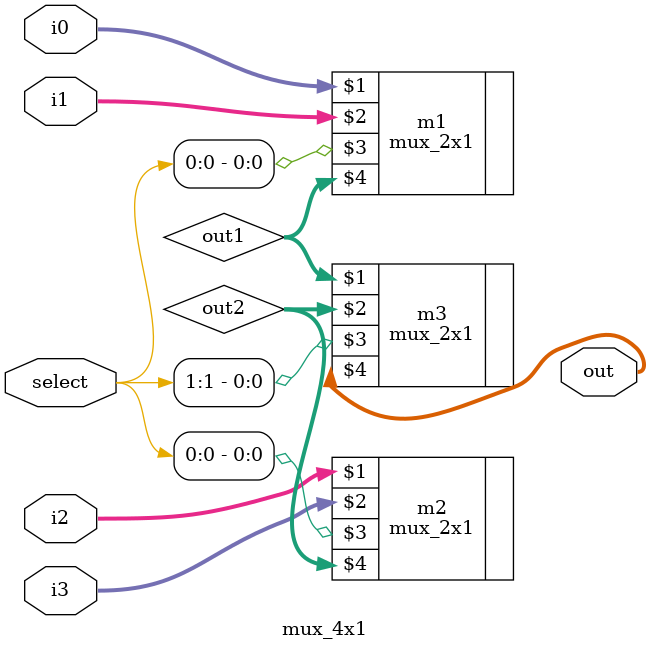
<source format=v>
`include "mux_2X1.v"

module mux_4x1(i0, i1, i2, i3, select, out);
	
	input [31:0] i0,i1,i2,i3;
	input [1:0] select;
	output [31:0] out;

	wire [31:0] out1, out2;

	mux_2x1 m1(i0, i1, select[0], out1);        //Instantiating three 2x1 Multiplexeres
	mux_2x1 m2(i2, i3, select[0], out2);
	mux_2x1 m3(out1, out2, select[1], out);


endmodule

</source>
